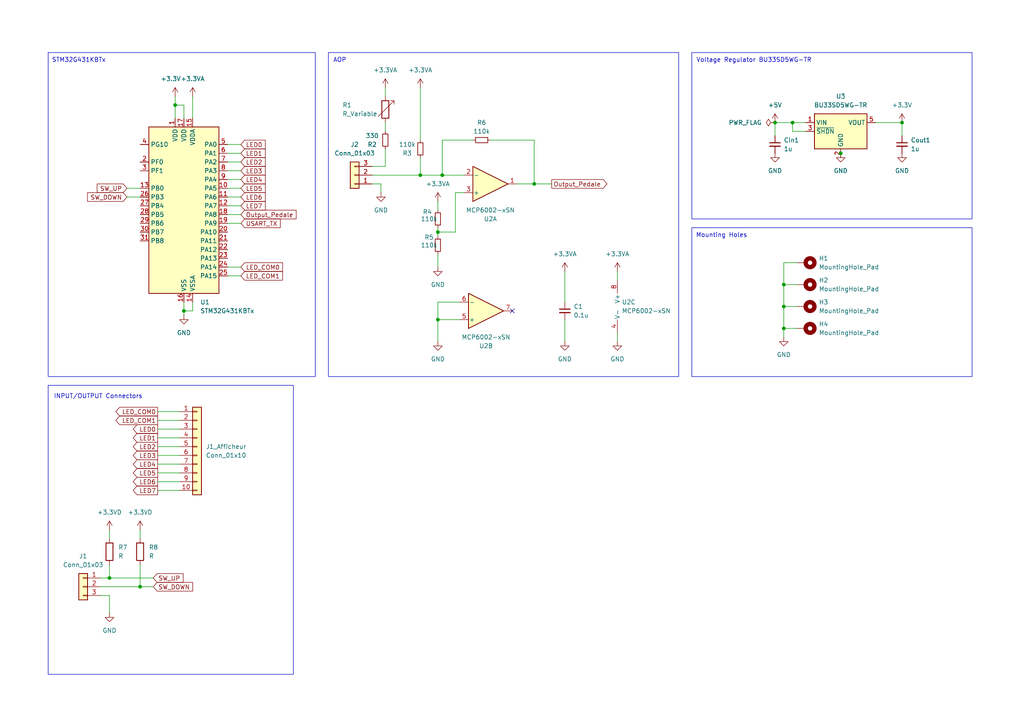
<source format=kicad_sch>
(kicad_sch (version 20231120) (generator "eeschema") (generator_version "8.0")
  (paper "A4")
  (lib_symbols
    (symbol "Amplifier_Operational:MCP6002-xSN" (pin_names (offset 0.127))
      (property "Reference" "U" (at 0 5.08 0))
      (property "Value" "MCP6002-xSN" (at 0 -5.08 0))
      (symbol "MCP6002-xSN_1_1"
        (polyline (pts (xy -5.08 5.08) (xy 5.08 0) (xy -5.08 -5.08) (xy -5.08 5.08)) (stroke (width 0.254)) (fill (type background)))
        (pin output line (at 7.62 0 180) (length 2.54) (name "~") (number "1"))
        (pin input line (at -7.62 -2.54 0) (length 2.54) (name "-") (number "2"))
        (pin input line (at -7.62 2.54 0) (length 2.54) (name "+") (number "3"))
      )
      (symbol "MCP6002-xSN_2_1"
        (polyline (pts (xy -5.08 5.08) (xy 5.08 0) (xy -5.08 -5.08) (xy -5.08 5.08)) (stroke (width 0.254)) (fill (type background)))
        (pin input line (at -7.62 2.54 0) (length 2.54) (name "+") (number "5"))
        (pin input line (at -7.62 -2.54 0) (length 2.54) (name "-") (number "6"))
        (pin output line (at 7.62 0 180) (length 2.54) (name "~") (number "7"))
      )
      (symbol "MCP6002-xSN_3_1"
        (pin power_in line (at -2.54 -7.62 90) (length 3.81) (name "V-") (number "4"))
        (pin power_in line (at -2.54 7.62 270) (length 3.81) (name "V+") (number "8"))
      )
    )
    (symbol "Connector_Generic:Conn_01x03" (pin_names (offset 1.016) hide)
      (property "Reference" "J" (at 0 5.08 0))
      (property "Value" "Conn_01x03" (at 0 -5.08 0))
      (symbol "Conn_01x03_1_1"
        (rectangle (start -1.27 -2.413) (end 0 -2.667) (stroke (width 0.1524)))
        (rectangle (start -1.27 0.127) (end 0 -0.127) (stroke (width 0.1524)))
        (rectangle (start -1.27 2.667) (end 0 2.413) (stroke (width 0.1524)))
        (rectangle (start -1.27 3.81) (end 1.27 -3.81) (stroke (width 0.254)) (fill (type background)))
        (pin passive line (at -5.08 2.54 0) (length 3.81) (name "Pin_1") (number "1"))
        (pin passive line (at -5.08 0 0) (length 3.81) (name "Pin_2") (number "2"))
        (pin passive line (at -5.08 -2.54 0) (length 3.81) (name "Pin_3") (number "3"))
      )
    )
    (symbol "Connector_Generic:Conn_01x10" (pin_names (offset 1.016) hide)
      (property "Reference" "J" (at 0 12.7 0))
      (property "Value" "Conn_01x10" (at 0 -15.24 0))
      (symbol "Conn_01x10_1_1"
        (rectangle (start -1.27 -12.573) (end 0 -12.827) (stroke (width 0.1524)))
        (rectangle (start -1.27 -10.033) (end 0 -10.287) (stroke (width 0.1524)))
        (rectangle (start -1.27 -7.493) (end 0 -7.747) (stroke (width 0.1524)))
        (rectangle (start -1.27 -4.953) (end 0 -5.207) (stroke (width 0.1524)))
        (rectangle (start -1.27 -2.413) (end 0 -2.667) (stroke (width 0.1524)))
        (rectangle (start -1.27 0.127) (end 0 -0.127) (stroke (width 0.1524)))
        (rectangle (start -1.27 2.667) (end 0 2.413) (stroke (width 0.1524)))
        (rectangle (start -1.27 5.207) (end 0 4.953) (stroke (width 0.1524)))
        (rectangle (start -1.27 7.747) (end 0 7.493) (stroke (width 0.1524)))
        (rectangle (start -1.27 10.287) (end 0 10.033) (stroke (width 0.1524)))
        (rectangle (start -1.27 11.43) (end 1.27 -13.97) (stroke (width 0.254)) (fill (type background)))
        (pin passive line (at -5.08 10.16 0) (length 3.81) (name "Pin_1") (number "1"))
        (pin passive line (at -5.08 -12.7 0) (length 3.81) (name "Pin_10") (number "10"))
        (pin passive line (at -5.08 7.62 0) (length 3.81) (name "Pin_2") (number "2"))
        (pin passive line (at -5.08 5.08 0) (length 3.81) (name "Pin_3") (number "3"))
        (pin passive line (at -5.08 2.54 0) (length 3.81) (name "Pin_4") (number "4"))
        (pin passive line (at -5.08 0 0) (length 3.81) (name "Pin_5") (number "5"))
        (pin passive line (at -5.08 -2.54 0) (length 3.81) (name "Pin_6") (number "6"))
        (pin passive line (at -5.08 -5.08 0) (length 3.81) (name "Pin_7") (number "7"))
        (pin passive line (at -5.08 -7.62 0) (length 3.81) (name "Pin_8") (number "8"))
        (pin passive line (at -5.08 -10.16 0) (length 3.81) (name "Pin_9") (number "9"))
      )
    )
    (symbol "Device:C_Small" (pin_numbers hide) (pin_names (offset 0.254) hide)
      (property "Reference" "C" (at 0.254 1.778 0))
      (property "Value" "C_Small" (at 0.254 -2.032 0))
      (symbol "C_Small_0_1"
        (polyline (pts (xy -1.524 -0.508) (xy 1.524 -0.508)) (stroke (width 0.3302)))
        (polyline (pts (xy -1.524 0.508) (xy 1.524 0.508)) (stroke (width 0.3048)))
      )
      (symbol "C_Small_1_1"
        (pin passive line (at 0 2.54 270) (length 2.032) (name "~") (number "1"))
        (pin passive line (at 0 -2.54 90) (length 2.032) (name "~") (number "2"))
      )
    )
    (symbol "Device:R" (pin_numbers hide) (pin_names (offset 0))
      (property "Reference" "R" (at 2.032 0 90))
      (property "Value" "R" (at 0 0 90))
      (symbol "R_0_1"
        (rectangle (start -1.016 -2.54) (end 1.016 2.54) (stroke (width 0.254)))
      )
      (symbol "R_1_1"
        (pin passive line (at 0 3.81 270) (length 1.27) (name "~") (number "1"))
        (pin passive line (at 0 -3.81 90) (length 1.27) (name "~") (number "2"))
      )
    )
    (symbol "Device:R_Small" (pin_numbers hide) (pin_names (offset 0.254) hide)
      (property "Reference" "R" (at 0.762 0.508 0))
      (property "Value" "R_Small" (at 0.762 -1.016 0))
      (symbol "R_Small_0_1"
        (rectangle (start -0.762 1.778) (end 0.762 -1.778) (stroke (width 0.2032)))
      )
      (symbol "R_Small_1_1"
        (pin passive line (at 0 2.54 270) (length 0.762) (name "~") (number "1"))
        (pin passive line (at 0 -2.54 90) (length 0.762) (name "~") (number "2"))
      )
    )
    (symbol "Device:R_Variable" (pin_numbers hide) (pin_names (offset 0))
      (property "Reference" "R" (at 2.54 -2.54 90))
      (property "Value" "R_Variable" (at -2.54 -1.27 90))
      (symbol "R_Variable_0_1"
        (rectangle (start -1.016 -2.54) (end 1.016 2.54) (stroke (width 0.254)))
        (polyline (pts (xy 2.54 1.524) (xy 2.54 2.54) (xy 1.524 2.54) (xy 2.54 2.54) (xy -2.032 -2.032)))
      )
      (symbol "R_Variable_1_1"
        (pin passive line (at 0 3.81 270) (length 1.27) (name "~") (number "1"))
        (pin passive line (at 0 -3.81 90) (length 1.27) (name "~") (number "2"))
      )
    )
    (symbol "MCU_ST_STM32G4:STM32G431KBTx"
      (property "Reference" "U" (at -10.16 26.67 0))
      (property "Value" "STM32G431KBTx" (at 5.08 26.67 0))
      (symbol "STM32G431KBTx_0_1"
        (rectangle (start -10.16 -22.86) (end 10.16 25.4) (stroke (width 0.254)) (fill (type background)))
      )
      (symbol "STM32G431KBTx_1_1"
        (pin power_in line (at -2.54 27.94 270) (length 2.54) (name "VDD") (number "1"))
        (pin bidirectional line (at 12.7 7.62 180) (length 2.54) (name "PA5") (number "10"))
        (pin bidirectional line (at 12.7 5.08 180) (length 2.54) (name "PA6") (number "11"))
        (pin bidirectional line (at 12.7 2.54 180) (length 2.54) (name "PA7") (number "12"))
        (pin bidirectional line (at -12.7 7.62 0) (length 2.54) (name "PB0") (number "13"))
        (pin power_in line (at 2.54 -25.4 90) (length 2.54) (name "VSSA") (number "14"))
        (pin power_in line (at 2.54 27.94 270) (length 2.54) (name "VDDA") (number "15"))
        (pin power_in line (at 0 -25.4 90) (length 2.54) (name "VSS") (number "16"))
        (pin power_in line (at 0 27.94 270) (length 2.54) (name "VDD") (number "17"))
        (pin bidirectional line (at 12.7 0 180) (length 2.54) (name "PA8") (number "18"))
        (pin bidirectional line (at 12.7 -2.54 180) (length 2.54) (name "PA9") (number "19"))
        (pin bidirectional line (at -12.7 15.24 0) (length 2.54) (name "PF0") (number "2"))
        (pin bidirectional line (at 12.7 -5.08 180) (length 2.54) (name "PA10") (number "20"))
        (pin bidirectional line (at 12.7 -7.62 180) (length 2.54) (name "PA11") (number "21"))
        (pin bidirectional line (at 12.7 -10.16 180) (length 2.54) (name "PA12") (number "22"))
        (pin bidirectional line (at 12.7 -12.7 180) (length 2.54) (name "PA13") (number "23"))
        (pin bidirectional line (at 12.7 -15.24 180) (length 2.54) (name "PA14") (number "24"))
        (pin bidirectional line (at 12.7 -17.78 180) (length 2.54) (name "PA15") (number "25"))
        (pin bidirectional line (at -12.7 5.08 0) (length 2.54) (name "PB3") (number "26"))
        (pin bidirectional line (at -12.7 2.54 0) (length 2.54) (name "PB4") (number "27"))
        (pin bidirectional line (at -12.7 0 0) (length 2.54) (name "PB5") (number "28"))
        (pin bidirectional line (at -12.7 -2.54 0) (length 2.54) (name "PB6") (number "29"))
        (pin bidirectional line (at -12.7 12.7 0) (length 2.54) (name "PF1") (number "3"))
        (pin bidirectional line (at -12.7 -5.08 0) (length 2.54) (name "PB7") (number "30"))
        (pin bidirectional line (at -12.7 -7.62 0) (length 2.54) (name "PB8") (number "31"))
        (pin passive line (at 0 -25.4 90) (length 2.54) hide (name "VSS") (number "32"))
        (pin bidirectional line (at -12.7 20.32 0) (length 2.54) (name "PG10") (number "4"))
        (pin bidirectional line (at 12.7 20.32 180) (length 2.54) (name "PA0") (number "5"))
        (pin bidirectional line (at 12.7 17.78 180) (length 2.54) (name "PA1") (number "6"))
        (pin bidirectional line (at 12.7 15.24 180) (length 2.54) (name "PA2") (number "7"))
        (pin bidirectional line (at 12.7 12.7 180) (length 2.54) (name "PA3") (number "8"))
        (pin bidirectional line (at 12.7 10.16 180) (length 2.54) (name "PA4") (number "9"))
      )
    )
    (symbol "Mechanical:MountingHole_Pad" (pin_numbers hide) (pin_names (offset 1.016) hide) (exclude_from_sim yes) (in_bom no)
      (property "Reference" "H" (at 0 6.35 0))
      (property "Value" "MountingHole_Pad" (at 0 4.445 0))
      (symbol "MountingHole_Pad_0_1"
        (circle (center 0 1.27) (radius 1.27) (stroke (width 1.27)))
      )
      (symbol "MountingHole_Pad_1_1"
        (pin input line (at 0 -2.54 90) (length 2.54) (name "1") (number "1"))
      )
    )
    (symbol "Regulator_Linear:MCP1802x-xx02xOT"
      (property "Reference" "U" (at -6.35 6.35 0))
      (property "Value" "MCP1802x-xx02xOT" (at 0 6.35 0))
      (symbol "MCP1802x-xx02xOT_0_1"
        (rectangle (start -7.62 5.08) (end 7.62 -5.08) (stroke (width 0.254)) (fill (type background)))
      )
      (symbol "MCP1802x-xx02xOT_1_1"
        (pin power_in line (at -10.16 2.54 0) (length 2.54) (name "VIN") (number "1"))
        (pin power_in line (at 0 -7.62 90) (length 2.54) (name "GND") (number "2"))
        (pin input line (at -10.16 0 0) (length 2.54) (name "~{SHDN}") (number "3"))
        (pin no_connect line (at 7.62 0 180) (length 2.54) hide (name "NC") (number "4"))
        (pin power_out line (at 10.16 2.54 180) (length 2.54) (name "VOUT") (number "5"))
      )
    )
    (symbol "power:+3.3V" (power) (pin_numbers hide) (pin_names (offset 0) hide)
      (property "Value" "+3.3V" (at 0 3.556 0))
      (symbol "+3.3V_0_1"
        (polyline (pts (xy -0.762 1.27) (xy 0 2.54)))
        (polyline (pts (xy 0 0) (xy 0 2.54)))
        (polyline (pts (xy 0 2.54) (xy 0.762 1.27)))
      )
      (symbol "+3.3V_1_1"
        (pin power_in line (at 0 0 90) (length 0) (name "~") (number "1"))
      )
    )
    (symbol "power:+3.3VA" (power) (pin_numbers hide) (pin_names (offset 0) hide)
      (property "Value" "+3.3VA" (at 0 3.556 0))
      (symbol "+3.3VA_0_1"
        (polyline (pts (xy -0.762 1.27) (xy 0 2.54)))
        (polyline (pts (xy 0 0) (xy 0 2.54)))
        (polyline (pts (xy 0 2.54) (xy 0.762 1.27)))
      )
      (symbol "+3.3VA_1_1"
        (pin power_in line (at 0 0 90) (length 0) (name "~") (number "1"))
      )
    )
    (symbol "power:+5V" (power) (pin_numbers hide) (pin_names (offset 0) hide)
      (property "Value" "+5V" (at 0 3.556 0))
      (symbol "+5V_0_1"
        (polyline (pts (xy -0.762 1.27) (xy 0 2.54)))
        (polyline (pts (xy 0 0) (xy 0 2.54)))
        (polyline (pts (xy 0 2.54) (xy 0.762 1.27)))
      )
      (symbol "+5V_1_1"
        (pin power_in line (at 0 0 90) (length 0) (name "~") (number "1"))
      )
    )
    (symbol "power:GND" (power) (pin_numbers hide) (pin_names (offset 0) hide)
      (property "Value" "GND" (at 0 -3.81 0))
      (symbol "GND_0_1"
        (polyline (pts (xy 0 0) (xy 0 -1.27) (xy 1.27 -1.27) (xy 0 -2.54) (xy -1.27 -1.27) (xy 0 -1.27)))
      )
      (symbol "GND_1_1"
        (pin power_in line (at 0 0 270) (length 0) (name "~") (number "1"))
      )
    )
    (symbol "power:PWR_FLAG" (power) (pin_numbers hide) (pin_names (offset 0) hide)
      (property "Value" "PWR_FLAG" (at 0 3.81 0))
      (symbol "PWR_FLAG_0_0"
        (pin power_out line (at 0 0 90) (length 0) (name "~") (number "1"))
      )
      (symbol "PWR_FLAG_0_1"
        (polyline (pts (xy 0 0) (xy 0 1.27) (xy -1.016 1.905) (xy 0 2.54) (xy 1.016 1.905) (xy 0 1.27)))
      )
    )
  )
  (junction (at 31.75 167.64))
  (junction (at 229.87 35.56))
  (junction (at 227.33 82.55))
  (junction (at 243.84 44.45))
  (junction (at 227.33 95.25))
  (junction (at 50.8 30.48))
  (junction (at 127 92.71))
  (junction (at 154.94 53.34))
  (junction (at 261.62 35.56))
  (junction (at 128.27 50.8))
  (junction (at 227.33 88.9))
  (junction (at 127 67.31))
  (junction (at 40.64 170.18))
  (junction (at 53.34 90.17))
  (junction (at 121.92 50.8))
  (junction (at 224.79 35.56))
  (no_connect (at 148.59 90.17))
  (wire (pts (xy 50.8 27.94) (xy 50.8 30.48)))
  (wire (pts (xy 53.34 30.48) (xy 50.8 30.48)))
  (wire (pts (xy 40.64 153.67) (xy 40.64 156.21)))
  (wire (pts (xy 55.88 90.17) (xy 53.34 90.17)))
  (wire (pts (xy 45.72 121.92) (xy 52.07 121.92)))
  (wire (pts (xy 111.76 48.26) (xy 111.76 43.18)))
  (wire (pts (xy 53.34 34.29) (xy 53.34 30.48)))
  (wire (pts (xy 66.04 49.53) (xy 69.85 49.53)))
  (wire (pts (xy 45.72 137.16) (xy 52.07 137.16)))
  (wire (pts (xy 127 92.71) (xy 133.35 92.71)))
  (wire (pts (xy 127 67.31) (xy 132.08 67.31)))
  (wire (pts (xy 31.75 163.83) (xy 31.75 167.64)))
  (wire (pts (xy 31.75 167.64) (xy 29.21 167.64)))
  (wire (pts (xy 163.83 92.71) (xy 163.83 99.06)))
  (wire (pts (xy 227.33 95.25) (xy 231.14 95.25)))
  (wire (pts (xy 137.16 40.64) (xy 128.27 40.64)))
  (wire (pts (xy 45.72 124.46) (xy 52.07 124.46)))
  (wire (pts (xy 227.33 88.9) (xy 227.33 95.25)))
  (wire (pts (xy 107.95 53.34) (xy 110.49 53.34)))
  (wire (pts (xy 163.83 78.74) (xy 163.83 87.63)))
  (wire (pts (xy 128.27 50.8) (xy 121.92 50.8)))
  (wire (pts (xy 127 58.42) (xy 127 60.96)))
  (wire (pts (xy 53.34 90.17) (xy 53.34 91.44)))
  (wire (pts (xy 179.07 96.52) (xy 179.07 99.06)))
  (wire (pts (xy 243.84 43.18) (xy 243.84 44.45)))
  (wire (pts (xy 233.68 38.1) (xy 229.87 38.1)))
  (wire (pts (xy 66.04 44.45) (xy 69.85 44.45)))
  (wire (pts (xy 45.72 134.62) (xy 52.07 134.62)))
  (wire (pts (xy 111.76 35.56) (xy 111.76 38.1)))
  (wire (pts (xy 229.87 38.1) (xy 229.87 35.56)))
  (wire (pts (xy 66.04 77.47) (xy 69.85 77.47)))
  (wire (pts (xy 154.94 53.34) (xy 160.02 53.34)))
  (wire (pts (xy 121.92 50.8) (xy 107.95 50.8)))
  (wire (pts (xy 132.08 55.88) (xy 134.62 55.88)))
  (wire (pts (xy 224.79 35.56) (xy 229.87 35.56)))
  (wire (pts (xy 66.04 54.61) (xy 69.85 54.61)))
  (wire (pts (xy 121.92 25.4) (xy 121.92 40.64)))
  (wire (pts (xy 66.04 41.91) (xy 69.85 41.91)))
  (wire (pts (xy 66.04 80.01) (xy 69.85 80.01)))
  (wire (pts (xy 45.72 119.38) (xy 52.07 119.38)))
  (wire (pts (xy 231.14 76.2) (xy 227.33 76.2)))
  (wire (pts (xy 227.33 88.9) (xy 231.14 88.9)))
  (wire (pts (xy 66.04 64.77) (xy 69.85 64.77)))
  (wire (pts (xy 110.49 53.34) (xy 110.49 55.88)))
  (wire (pts (xy 66.04 57.15) (xy 69.85 57.15)))
  (wire (pts (xy 128.27 50.8) (xy 134.62 50.8)))
  (wire (pts (xy 127 66.04) (xy 127 67.31)))
  (wire (pts (xy 66.04 52.07) (xy 69.85 52.07)))
  (wire (pts (xy 243.84 44.45) (xy 243.84 45.72)))
  (wire (pts (xy 29.21 170.18) (xy 40.64 170.18)))
  (wire (pts (xy 142.24 40.64) (xy 154.94 40.64)))
  (wire (pts (xy 31.75 153.67) (xy 31.75 156.21)))
  (wire (pts (xy 179.07 78.74) (xy 179.07 81.28)))
  (wire (pts (xy 107.95 48.26) (xy 111.76 48.26)))
  (wire (pts (xy 45.72 129.54) (xy 52.07 129.54)))
  (wire (pts (xy 261.62 35.56) (xy 261.62 39.37)))
  (wire (pts (xy 132.08 67.31) (xy 132.08 55.88)))
  (wire (pts (xy 227.33 82.55) (xy 231.14 82.55)))
  (wire (pts (xy 127 87.63) (xy 127 92.71)))
  (wire (pts (xy 154.94 53.34) (xy 149.86 53.34)))
  (wire (pts (xy 45.72 142.24) (xy 52.07 142.24)))
  (wire (pts (xy 36.83 54.61) (xy 40.64 54.61)))
  (wire (pts (xy 40.64 170.18) (xy 40.64 163.83)))
  (wire (pts (xy 127 92.71) (xy 127 99.06)))
  (wire (pts (xy 227.33 95.25) (xy 227.33 97.79)))
  (wire (pts (xy 66.04 62.23) (xy 69.85 62.23)))
  (wire (pts (xy 224.79 35.56) (xy 224.79 39.37)))
  (wire (pts (xy 121.92 45.72) (xy 121.92 50.8)))
  (wire (pts (xy 127 67.31) (xy 127 68.58)))
  (wire (pts (xy 40.64 170.18) (xy 44.45 170.18)))
  (wire (pts (xy 55.88 87.63) (xy 55.88 90.17)))
  (wire (pts (xy 227.33 76.2) (xy 227.33 82.55)))
  (wire (pts (xy 254 35.56) (xy 261.62 35.56)))
  (wire (pts (xy 111.76 25.4) (xy 111.76 27.94)))
  (wire (pts (xy 45.72 127) (xy 52.07 127)))
  (wire (pts (xy 154.94 40.64) (xy 154.94 53.34)))
  (wire (pts (xy 31.75 172.72) (xy 31.75 177.8)))
  (wire (pts (xy 29.21 172.72) (xy 31.75 172.72)))
  (wire (pts (xy 55.88 27.94) (xy 55.88 34.29)))
  (wire (pts (xy 227.33 82.55) (xy 227.33 88.9)))
  (wire (pts (xy 50.8 30.48) (xy 50.8 34.29)))
  (wire (pts (xy 45.72 139.7) (xy 52.07 139.7)))
  (wire (pts (xy 31.75 167.64) (xy 44.45 167.64)))
  (wire (pts (xy 66.04 46.99) (xy 69.85 46.99)))
  (wire (pts (xy 45.72 132.08) (xy 52.07 132.08)))
  (wire (pts (xy 229.87 35.56) (xy 233.68 35.56)))
  (wire (pts (xy 36.83 57.15) (xy 40.64 57.15)))
  (wire (pts (xy 53.34 87.63) (xy 53.34 90.17)))
  (wire (pts (xy 128.27 40.64) (xy 128.27 50.8)))
  (wire (pts (xy 66.04 59.69) (xy 69.85 59.69)))
  (wire (pts (xy 133.35 87.63) (xy 127 87.63)))
  (wire (pts (xy 127 73.66) (xy 127 77.47)))
  (rectangle (start 200.66 66.04) (end 281.94 109.22))
  (rectangle (start 13.97 15.24) (end 91.44 109.22))
  (rectangle (start 95.25 15.24) (end 196.85 109.22))
  (rectangle (start 13.97 111.76) (end 85.09 195.58))
  (rectangle (start 200.66 15.24) (end 281.94 63.5))
  (text "AOP\n" (at 98.552 17.526 0) (effects (font (size 1.27 1.27))))
  (text "Voltage Regulator BU33SD5WG-TR" (at 218.694 17.526 0) (effects (font (size 1.27 1.27))))
  (text "Mounting Holes" (at 209.296 68.326 0) (effects (font (size 1.27 1.27))))
  (text "STM32G431KBTx" (at 22.86 17.526 0) (effects (font (size 1.27 1.27))))
  (text "INPUT/OUTPUT Connectors \n" (at 28.956 115.062 0) (effects (font (size 1.27 1.27))))
  (global_label "LED_COM1" (shape output) (at 45.72 121.92 180) (property "Intersheetrefs" "${INTERSHEET_REFS}" (effects (hide yes))))
  (global_label "LED_COM0" (shape output) (at 45.72 119.38 180) (property "Intersheetrefs" "${INTERSHEET_REFS}" (effects (hide yes))))
  (global_label "USART_TX" (shape input) (at 69.85 64.77 0) (property "Intersheetrefs" "${INTERSHEET_REFS}" (effects (hide yes))))
  (global_label "LED0" (shape input) (at 69.85 41.91 0) (property "Intersheetrefs" "${INTERSHEET_REFS}" (effects (hide yes))))
  (global_label "SW_UP" (shape input) (at 36.83 54.61 180) (property "Intersheetrefs" "${INTERSHEET_REFS}" (effects (hide yes))))
  (global_label "LED6" (shape input) (at 69.85 57.15 0) (property "Intersheetrefs" "${INTERSHEET_REFS}" (effects (hide yes))))
  (global_label "LED7" (shape output) (at 45.72 142.24 180) (property "Intersheetrefs" "${INTERSHEET_REFS}" (effects (hide yes))))
  (global_label "Output_Pedale" (shape input) (at 69.85 62.23 0) (property "Intersheetrefs" "${INTERSHEET_REFS}" (effects (hide yes))))
  (global_label "LED_COM1" (shape input) (at 69.85 80.01 0) (property "Intersheetrefs" "${INTERSHEET_REFS}" (effects (hide yes))))
  (global_label "Output_Pedale" (shape output) (at 160.02 53.34 0) (property "Intersheetrefs" "${INTERSHEET_REFS}" (effects (hide yes))))
  (global_label "LED6" (shape output) (at 45.72 139.7 180) (property "Intersheetrefs" "${INTERSHEET_REFS}" (effects (hide yes))))
  (global_label "LED3" (shape input) (at 69.85 49.53 0) (property "Intersheetrefs" "${INTERSHEET_REFS}" (effects (hide yes))))
  (global_label "LED4" (shape output) (at 45.72 134.62 180) (property "Intersheetrefs" "${INTERSHEET_REFS}" (effects (hide yes))))
  (global_label "LED4" (shape input) (at 69.85 52.07 0) (property "Intersheetrefs" "${INTERSHEET_REFS}" (effects (hide yes))))
  (global_label "LED_COM0" (shape input) (at 69.85 77.47 0) (property "Intersheetrefs" "${INTERSHEET_REFS}" (effects (hide yes))))
  (global_label "LED3" (shape output) (at 45.72 132.08 180) (property "Intersheetrefs" "${INTERSHEET_REFS}" (effects (hide yes))))
  (global_label "LED5" (shape output) (at 45.72 137.16 180) (property "Intersheetrefs" "${INTERSHEET_REFS}" (effects (hide yes))))
  (global_label "LED1" (shape output) (at 45.72 127 180) (property "Intersheetrefs" "${INTERSHEET_REFS}" (effects (hide yes))))
  (global_label "LED1" (shape input) (at 69.85 44.45 0) (property "Intersheetrefs" "${INTERSHEET_REFS}" (effects (hide yes))))
  (global_label "LED0" (shape output) (at 45.72 124.46 180) (property "Intersheetrefs" "${INTERSHEET_REFS}" (effects (hide yes))))
  (global_label "LED5" (shape input) (at 69.85 54.61 0) (property "Intersheetrefs" "${INTERSHEET_REFS}" (effects (hide yes))))
  (global_label "LED2" (shape output) (at 45.72 129.54 180) (property "Intersheetrefs" "${INTERSHEET_REFS}" (effects (hide yes))))
  (global_label "LED2" (shape input) (at 69.85 46.99 0) (property "Intersheetrefs" "${INTERSHEET_REFS}" (effects (hide yes))))
  (global_label "SW_DOWN" (shape input) (at 44.45 170.18 0) (property "Intersheetrefs" "${INTERSHEET_REFS}" (effects (hide yes))))
  (global_label "LED7" (shape input) (at 69.85 59.69 0) (property "Intersheetrefs" "${INTERSHEET_REFS}" (effects (hide yes))))
  (global_label "SW_DOWN" (shape input) (at 36.83 57.15 180) (property "Intersheetrefs" "${INTERSHEET_REFS}" (effects (hide yes))))
  (global_label "SW_UP" (shape input) (at 44.45 167.64 0) (property "Intersheetrefs" "${INTERSHEET_REFS}" (effects (hide yes))))
  (symbol (lib_id "Device:R_Small") (at 127 63.5 0) (unit 1)
    (property "Reference" "R4" (at 123.952 61.468 0))
    (property "Value" "110k" (at 124.46 63.5 0))
    (property "Description" "Resistor, small symbol" (effects (hide yes)))
  )
  (symbol (lib_id "power:GND") (at 110.49 55.88 0) (unit 1)
    (property "Reference" "#PWR04" (effects (hide yes)))
    (property "Value" "GND" (at 110.49 60.96 0))
    (property "Description" "Power symbol creates a global label with name \"GND\" , ground" (effects (hide yes)))
  )
  (symbol (lib_id "power:+3.3V") (at 261.62 35.56 0) (unit 1)
    (property "Reference" "#PWR018" (effects (hide yes)))
    (property "Value" "+3.3V" (at 261.62 30.48 0))
    (property "Description" "Power symbol creates a global label with name \"+3.3V\"" (effects (hide yes)))
  )
  (symbol (lib_id "Connector_Generic:Conn_01x10") (at 57.15 129.54 0) (unit 1)
    (property "Reference" "J1_Afficheur" (at 59.69 129.5399 0) (effects (justify left)))
    (property "Value" "Conn_01x10" (at 59.69 132.0799 0) (effects (justify left)))
    (property "Description" "Generic connector, single row, 01x10, script generated (kicad-library-utils/schlib/autogen/connector/)" (effects (hide yes)))
  )
  (symbol (lib_id "power:GND") (at 127 77.47 0) (unit 1)
    (property "Reference" "#PWR08" (effects (hide yes)))
    (property "Value" "GND" (at 127 82.55 0))
    (property "Description" "Power symbol creates a global label with name \"GND\" , ground" (effects (hide yes)))
  )
  (symbol (lib_id "power:GND") (at 261.62 44.45 0) (unit 1)
    (property "Reference" "#PWR019" (effects (hide yes)))
    (property "Value" "GND" (at 261.62 49.53 0))
    (property "Description" "Power symbol creates a global label with name \"GND\" , ground" (effects (hide yes)))
  )
  (symbol (lib_id "power:+3.3VA") (at 179.07 78.74 0) (unit 1)
    (property "Reference" "#PWR011" (effects (hide yes)))
    (property "Value" "+3.3VA" (at 179.07 73.66 0))
    (property "Description" "Power symbol creates a global label with name \"+3.3VA\"" (effects (hide yes)))
  )
  (symbol (lib_id "Device:C_Small") (at 224.79 41.91 0) (unit 1)
    (property "Reference" "Cin1" (at 227.33 40.6462 0) (effects (justify left)))
    (property "Value" "1u" (at 227.33 43.1862 0) (effects (justify left)))
    (property "Description" "Unpolarized capacitor, small symbol" (effects (hide yes)))
  )
  (symbol (lib_id "power:+3.3V") (at 31.75 153.67 0) (unit 1)
    (property "Reference" "#PWR020" (effects (hide yes)))
    (property "Value" "+3.3VD" (at 31.75 148.59 0))
    (property "Description" "Power symbol creates a global label with name \"+3.3V\"" (effects (hide yes)))
  )
  (symbol (lib_id "power:+3.3V") (at 50.8 27.94 0) (unit 1)
    (property "Reference" "#PWR01" (effects (hide yes)))
    (property "Value" "+3.3V" (at 49.53 22.86 0))
    (property "Description" "Power symbol creates a global label with name \"+3.3V\"" (effects (hide yes)))
  )
  (symbol (lib_id "Device:R_Small") (at 121.92 43.18 0) (unit 1)
    (property "Reference" "R3" (at 118.11 44.45 0))
    (property "Value" "110k" (at 118.11 41.91 0))
    (property "Description" "Resistor, small symbol" (effects (hide yes)))
  )
  (symbol (lib_id "power:+3.3VA") (at 111.76 25.4 0) (unit 1)
    (property "Reference" "#PWR05" (effects (hide yes)))
    (property "Value" "+3.3VA" (at 111.76 20.32 0))
    (property "Description" "Power symbol creates a global label with name \"+3.3VA\"" (effects (hide yes)))
  )
  (symbol (lib_id "Device:R") (at 31.75 160.02 0) (unit 1)
    (property "Reference" "R7" (at 34.29 158.7499 0) (effects (justify left)))
    (property "Value" "R" (at 34.29 161.2899 0) (effects (justify left)))
    (property "Description" "Resistor" (effects (hide yes)))
  )
  (symbol (lib_id "power:PWR_FLAG") (at 224.79 35.56 90) (unit 1)
    (property "Reference" "#FLG01" (effects (hide yes)))
    (property "Value" "PWR_FLAG" (at 220.98 35.5599 90) (effects (justify left)))
    (property "Description" "Special symbol for telling ERC where power comes from" (effects (hide yes)))
  )
  (symbol (lib_id "Mechanical:MountingHole_Pad") (at 233.68 88.9 270) (unit 1) (exclude_from_sim yes) (in_bom no)
    (property "Reference" "H3" (at 237.49 87.6299 90) (effects (justify left)))
    (property "Value" "MountingHole_Pad" (at 237.49 90.1699 90) (effects (justify left)))
    (property "Description" "Mounting Hole with connection" (effects (hide yes)))
  )
  (symbol (lib_id "power:+3.3VA") (at 121.92 25.4 0) (unit 1)
    (property "Reference" "#PWR06" (effects (hide yes)))
    (property "Value" "+3.3VA" (at 121.92 20.32 0))
    (property "Description" "Power symbol creates a global label with name \"+3.3VA\"" (effects (hide yes)))
  )
  (symbol (lib_id "power:GND") (at 53.34 91.44 0) (unit 1)
    (property "Reference" "#PWR02" (effects (hide yes)))
    (property "Value" "GND" (at 53.34 96.52 0))
    (property "Description" "Power symbol creates a global label with name \"GND\" , ground" (effects (hide yes)))
  )
  (symbol (lib_id "Device:R_Variable") (at 111.76 31.75 0) (unit 1)
    (property "Reference" "R1" (at 99.314 30.48 0) (effects (justify left)))
    (property "Value" "R_Variable" (at 99.314 33.02 0) (effects (justify left)))
    (property "Description" "Variable resistor" (effects (hide yes)))
  )
  (symbol (lib_id "power:+3.3VA") (at 127 58.42 0) (unit 1)
    (property "Reference" "#PWR07" (effects (hide yes)))
    (property "Value" "+3.3VA" (at 127 53.34 0))
    (property "Description" "Power symbol creates a global label with name \"+3.3VA\"" (effects (hide yes)))
  )
  (symbol (lib_id "power:GND") (at 243.84 44.45 0) (unit 1)
    (property "Reference" "#PWR017" (effects (hide yes)))
    (property "Value" "GND" (at 243.84 49.53 0))
    (property "Description" "Power symbol creates a global label with name \"GND\" , ground" (effects (hide yes)))
  )
  (symbol (lib_id "power:GND") (at 224.79 44.45 0) (unit 1)
    (property "Reference" "#PWR015" (effects (hide yes)))
    (property "Value" "GND" (at 224.79 49.53 0))
    (property "Description" "Power symbol creates a global label with name \"GND\" , ground" (effects (hide yes)))
  )
  (symbol (lib_id "Regulator_Linear:MCP1802x-xx02xOT") (at 243.84 38.1 0) (unit 1)
    (property "Reference" "U3" (at 243.84 27.94 0))
    (property "Value" "BU33SD5WG-TR" (at 243.84 30.48 0))
    (property "Footprint" "Package_TO_SOT_SMD:SOT-23-5" (effects (hide yes)))
    (property "Datasheet" "http://ww1.microchip.com/downloads/en/DeviceDoc/22053C.pdf" (effects (hide yes)))
    (property "Description" "150mA, Tiny CMOS LDO With Shutdown, Fixed Voltage, SOT-23-5" (effects (hide yes)))
  )
  (symbol (lib_id "power:GND") (at 227.33 97.79 0) (unit 1)
    (property "Reference" "#PWR016" (effects (hide yes)))
    (property "Value" "GND" (at 227.33 102.87 0))
    (property "Description" "Power symbol creates a global label with name \"GND\" , ground" (effects (hide yes)))
  )
  (symbol (lib_id "Amplifier_Operational:MCP6002-xSN") (at 142.24 53.34 0) (mirror x) (unit 1)
    (property "Reference" "U2" (at 142.24 63.5 0))
    (property "Value" "MCP6002-xSN" (at 142.24 60.96 0))
    (property "Datasheet" "http://ww1.microchip.com/downloads/en/DeviceDoc/21733j.pdf" (effects (hide yes)))
    (property "Description" "1MHz, Low-Power Op Amp, SOIC-8" (effects (hide yes)))
  )
  (symbol (lib_id "power:GND") (at 179.07 99.06 0) (unit 1)
    (property "Reference" "#PWR012" (effects (hide yes)))
    (property "Value" "GND" (at 179.07 104.14 0))
    (property "Description" "Power symbol creates a global label with name \"GND\" , ground" (effects (hide yes)))
  )
  (symbol (lib_id "power:GND") (at 163.83 99.06 0) (unit 1)
    (property "Reference" "#PWR010" (effects (hide yes)))
    (property "Value" "GND" (at 163.83 104.14 0))
    (property "Description" "Power symbol creates a global label with name \"GND\" , ground" (effects (hide yes)))
  )
  (symbol (lib_id "Mechanical:MountingHole_Pad") (at 233.68 95.25 270) (unit 1) (exclude_from_sim yes) (in_bom no)
    (property "Reference" "H4" (at 237.49 93.9799 90) (effects (justify left)))
    (property "Value" "MountingHole_Pad" (at 237.49 96.5199 90) (effects (justify left)))
    (property "Description" "Mounting Hole with connection" (effects (hide yes)))
  )
  (symbol (lib_id "Connector_Generic:Conn_01x03") (at 102.87 50.8 180) (unit 1)
    (property "Reference" "J2" (at 102.87 41.91 0))
    (property "Value" "Conn_01x03" (at 102.87 44.45 0))
    (property "Description" "Generic connector, single row, 01x03, script generated (kicad-library-utils/schlib/autogen/connector/)" (effects (hide yes)))
  )
  (symbol (lib_id "power:+5V") (at 224.79 35.56 0) (unit 1)
    (property "Reference" "#PWR014" (effects (hide yes)))
    (property "Value" "+5V" (at 224.79 30.48 0))
    (property "Description" "Power symbol creates a global label with name \"+5V\"" (effects (hide yes)))
  )
  (symbol (lib_id "Connector_Generic:Conn_01x03") (at 24.13 170.18 0) (mirror y) (unit 1)
    (property "Reference" "J1" (at 24.13 161.29 0))
    (property "Value" "Conn_01x03" (at 24.13 163.83 0))
    (property "Description" "Generic connector, single row, 01x03, script generated (kicad-library-utils/schlib/autogen/connector/)" (effects (hide yes)))
  )
  (symbol (lib_id "Mechanical:MountingHole_Pad") (at 233.68 76.2 270) (unit 1) (exclude_from_sim yes) (in_bom no)
    (property "Reference" "H1" (at 237.49 74.9299 90) (effects (justify left)))
    (property "Value" "MountingHole_Pad" (at 237.49 77.4699 90) (effects (justify left)))
    (property "Description" "Mounting Hole with connection" (effects (hide yes)))
  )
  (symbol (lib_id "Device:C_Small") (at 163.83 90.17 0) (unit 1)
    (property "Reference" "C1" (at 166.37 88.9062 0) (effects (justify left)))
    (property "Value" "0.1u" (at 166.37 91.4462 0) (effects (justify left)))
    (property "Description" "Unpolarized capacitor, small symbol" (effects (hide yes)))
  )
  (symbol (lib_id "Amplifier_Operational:MCP6002-xSN") (at 181.61 88.9 0) (unit 3)
    (property "Reference" "U2" (at 180.34 87.6299 0) (effects (justify left)))
    (property "Value" "MCP6002-xSN" (at 180.34 90.1699 0) (effects (justify left)))
    (property "Datasheet" "http://ww1.microchip.com/downloads/en/DeviceDoc/21733j.pdf" (effects (hide yes)))
    (property "Description" "1MHz, Low-Power Op Amp, SOIC-8" (effects (hide yes)))
  )
  (symbol (lib_id "Device:C_Small") (at 261.62 41.91 0) (unit 1)
    (property "Reference" "Cout1" (at 264.16 40.6462 0) (effects (justify left)))
    (property "Value" "1u" (at 264.16 43.1862 0) (effects (justify left)))
    (property "Description" "Unpolarized capacitor, small symbol" (effects (hide yes)))
  )
  (symbol (lib_id "power:+3.3V") (at 40.64 153.67 0) (unit 1)
    (property "Reference" "#PWR021" (effects (hide yes)))
    (property "Value" "+3.3VD" (at 40.64 148.59 0))
    (property "Description" "Power symbol creates a global label with name \"+3.3V\"" (effects (hide yes)))
  )
  (symbol (lib_id "MCU_ST_STM32G4:STM32G431KBTx") (at 53.34 62.23 0) (unit 1)
    (property "Reference" "U1" (at 58.0741 87.63 0) (effects (justify left)))
    (property "Value" "STM32G431KBTx" (at 58.0741 90.17 0) (effects (justify left)))
    (property "Footprint" "Package_QFP:LQFP-32_7x7mm_P0.8mm" (effects (hide yes)))
    (property "Datasheet" "https://www.st.com/resource/en/datasheet/stm32g431kb.pdf" (effects (hide yes)))
    (property "Description" "STMicroelectronics Arm Cortex-M4 MCU, 128KB flash, 32KB RAM, 170 MHz, 1.71-3.6V, 26 GPIO, LQFP32" (effects (hide yes)))
  )
  (symbol (lib_id "Device:R") (at 40.64 160.02 0) (unit 1)
    (property "Reference" "R8" (at 43.18 158.7499 0) (effects (justify left)))
    (property "Value" "R" (at 43.18 161.2899 0) (effects (justify left)))
    (property "Description" "Resistor" (effects (hide yes)))
  )
  (symbol (lib_id "Mechanical:MountingHole_Pad") (at 233.68 82.55 270) (unit 1) (exclude_from_sim yes) (in_bom no)
    (property "Reference" "H2" (at 237.49 81.2799 90) (effects (justify left)))
    (property "Value" "MountingHole_Pad" (at 237.49 83.8199 90) (effects (justify left)))
    (property "Description" "Mounting Hole with connection" (effects (hide yes)))
  )
  (symbol (lib_id "Device:R_Small") (at 139.7 40.64 270) (unit 1)
    (property "Reference" "R6" (at 139.7 35.56 90))
    (property "Value" "110k" (at 139.7 38.1 90))
    (property "Description" "Resistor, small symbol" (effects (hide yes)))
  )
  (symbol (lib_id "power:GND") (at 31.75 177.8 0) (unit 1)
    (property "Reference" "#PWR022" (effects (hide yes)))
    (property "Value" "GND" (at 31.75 182.88 0))
    (property "Description" "Power symbol creates a global label with name \"GND\" , ground" (effects (hide yes)))
  )
  (symbol (lib_id "power:+3.3VA") (at 55.88 27.94 0) (unit 1)
    (property "Reference" "#PWR03" (effects (hide yes)))
    (property "Value" "+3.3VA" (at 55.88 22.86 0))
    (property "Description" "Power symbol creates a global label with name \"+3.3VA\"" (effects (hide yes)))
  )
  (symbol (lib_id "Device:R_Small") (at 111.76 40.64 0) (unit 1)
    (property "Reference" "R2" (at 107.95 41.91 0))
    (property "Value" "330" (at 107.95 39.37 0))
    (property "Description" "Resistor, small symbol" (effects (hide yes)))
  )
  (symbol (lib_id "power:+3.3VA") (at 163.83 78.74 0) (unit 1)
    (property "Reference" "#PWR09" (effects (hide yes)))
    (property "Value" "+3.3VA" (at 163.83 73.66 0))
    (property "Description" "Power symbol creates a global label with name \"+3.3VA\"" (effects (hide yes)))
  )
  (symbol (lib_id "power:GND") (at 127 99.06 0) (unit 1)
    (property "Reference" "#PWR013" (effects (hide yes)))
    (property "Value" "GND" (at 127 104.14 0))
    (property "Description" "Power symbol creates a global label with name \"GND\" , ground" (effects (hide yes)))
  )
  (symbol (lib_id "Device:R_Small") (at 127 71.12 0) (unit 1)
    (property "Reference" "R5" (at 124.46 68.834 0))
    (property "Value" "110k" (at 124.46 71.12 0))
    (property "Description" "Resistor, small symbol" (effects (hide yes)))
  )
  (symbol (lib_id "Amplifier_Operational:MCP6002-xSN") (at 140.97 90.17 0) (mirror x) (unit 2)
    (property "Reference" "U2" (at 140.97 100.33 0))
    (property "Value" "MCP6002-xSN" (at 140.97 97.79 0))
    (property "Datasheet" "http://ww1.microchip.com/downloads/en/DeviceDoc/21733j.pdf" (effects (hide yes)))
    (property "Description" "1MHz, Low-Power Op Amp, SOIC-8" (effects (hide yes)))
  )
)
</source>
